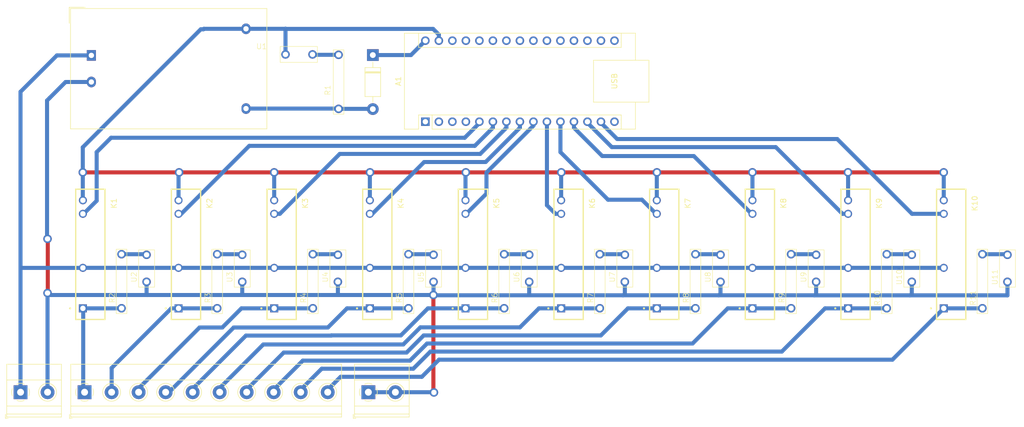
<source format=kicad_pcb>
(kicad_pcb (version 20240108) (generator "pcbnew") (generator_version "8.0")
  (layers (0 "F.Cu" signal) (31 "B.Cu" signal) (34 "B.Paste" user) (35 "F.Paste" user) (36 "B.SilkS" user "B.Silkscreen") (37 "F.SilkS" user "F.Silkscreen") (38 "B.Mask" user) (39 "F.Mask" user) (44 "Edge.Cuts" user))
  (net 0 "")
  (net 8 "11")
  (net 9 "2")
  (net 10 "7")
  (net 12 "8")
  (net 13 "5")
  (net 16 "6")
  (net 17 "VCC")
  (net 19 "9")
  (net 20 "10")
  (net 22 "4")
  (net 25 "3")
  (net 27 "GND")
  (net 30 "Net-(D1-A)")
  (net 31 "Net-(J1-Pin_2)")
  (net 32 "AC")
  (net 33 "Net-(J2-Pin_2)")
  (net 34 "Net-(J3-Pin_2)")
  (net 35 "Net-(J4-Pin_2)")
  (net 36 "Net-(J5-Pin_2)")
  (net 37 "Net-(J6-Pin_2)")
  (net 38 "Net-(J7-Pin_2)")
  (net 39 "Net-(J8-Pin_2)")
  (net 40 "Net-(J9-Pin_2)")
  (net 41 "Net-(J10-Pin_2)")
  (net 42 "NEUT")
  (net 43 "Net-(R1-Pad2)")
  (net 44 "Net-(R2-Pad2)")
  (net 45 "Net-(R3-Pad2)")
  (net 46 "Net-(R4-Pad2)")
  (net 47 "Net-(R5-Pad2)")
  (net 48 "Net-(R6-Pad2)")
  (net 49 "Net-(R7-Pad2)")
  (net 50 "Net-(R8-Pad2)")
  (net 51 "Net-(R9-Pad2)")
  (net 52 "Net-(R10-Pad2)")
  (net 53 "Net-(R11-Pad2)")
  (footprint "Module:Arduino_Nano" (layer "F.Cu") (at 144.1525 63.8425 90)
    (property "Reference" "A1" (at 7.62 -5.08 90) (layer "F.SilkS"))
    (property "Value" "Arduino_Nano_v3.x")
    (fp_text user "USB" (at 7.62 35.56 90) (layer "F.SilkS"))
    (pad "1" thru_hole rect (at 0 0 90) (size 1.6 1.6) (drill 1) (layers "*.Cu" "*.Mask"))
    (pad "2" thru_hole oval (at 0 2.54 90) (size 1.6 1.6) (drill 1) (layers "*.Cu" "*.Mask"))
    (pad "3" thru_hole oval (at 0 5.08 90) (size 1.6 1.6) (drill 1) (layers "*.Cu" "*.Mask"))
    (pad "4" thru_hole oval (at 0 7.62 90) (size 1.6 1.6) (drill 1) (layers "*.Cu" "*.Mask"))
    (pad "5" thru_hole oval (at 0 10.16 90) (size 1.6 1.6) (drill 1) (layers "*.Cu" "*.Mask") (net 9 "2"))
    (pad "6" thru_hole oval (at 0 12.7 90) (size 1.6 1.6) (drill 1) (layers "*.Cu" "*.Mask") (net 25 "3"))
    (pad "7" thru_hole oval (at 0 15.24 90) (size 1.6 1.6) (drill 1) (layers "*.Cu" "*.Mask") (net 22 "4"))
    (pad "8" thru_hole oval (at 0 17.78 90) (size 1.6 1.6) (drill 1) (layers "*.Cu" "*.Mask") (net 13 "5"))
    (pad "9" thru_hole oval (at 0 20.32 90) (size 1.6 1.6) (drill 1) (layers "*.Cu" "*.Mask") (net 16 "6"))
    (pad "10" thru_hole oval (at 0 22.86 90) (size 1.6 1.6) (drill 1) (layers "*.Cu" "*.Mask") (net 10 "7"))
    (pad "11" thru_hole oval (at 0 25.4 90) (size 1.6 1.6) (drill 1) (layers "*.Cu" "*.Mask") (net 12 "8"))
    (pad "12" thru_hole oval (at 0 27.94 90) (size 1.6 1.6) (drill 1) (layers "*.Cu" "*.Mask") (net 19 "9"))
    (pad "13" thru_hole oval (at 0 30.48 90) (size 1.6 1.6) (drill 1) (layers "*.Cu" "*.Mask") (net 20 "10"))
    (pad "14" thru_hole oval (at 0 33.02 90) (size 1.6 1.6) (drill 1) (layers "*.Cu" "*.Mask") (net 8 "11"))
    (pad "15" thru_hole oval (at 0 35.56 90) (size 1.6 1.6) (drill 1) (layers "*.Cu" "*.Mask"))
    (pad "16" thru_hole oval (at 15.24 35.56 90) (size 1.6 1.6) (drill 1) (layers "*.Cu" "*.Mask"))
    (pad "17" thru_hole oval (at 15.24 33.02 90) (size 1.6 1.6) (drill 1) (layers "*.Cu" "*.Mask"))
    (pad "18" thru_hole oval (at 15.24 30.48 90) (size 1.6 1.6) (drill 1) (layers "*.Cu" "*.Mask"))
    (pad "19" thru_hole oval (at 15.24 27.94 90) (size 1.6 1.6) (drill 1) (layers "*.Cu" "*.Mask"))
    (pad "20" thru_hole oval (at 15.24 25.4 90) (size 1.6 1.6) (drill 1) (layers "*.Cu" "*.Mask"))
    (pad "21" thru_hole oval (at 15.24 22.86 90) (size 1.6 1.6) (drill 1) (layers "*.Cu" "*.Mask"))
    (pad "22" thru_hole oval (at 15.24 20.32 90) (size 1.6 1.6) (drill 1) (layers "*.Cu" "*.Mask"))
    (pad "23" thru_hole oval (at 15.24 17.78 90) (size 1.6 1.6) (drill 1) (layers "*.Cu" "*.Mask"))
    (pad "24" thru_hole oval (at 15.24 15.24 90) (size 1.6 1.6) (drill 1) (layers "*.Cu" "*.Mask"))
    (pad "25" thru_hole oval (at 15.24 12.7 90) (size 1.6 1.6) (drill 1) (layers "*.Cu" "*.Mask"))
    (pad "26" thru_hole oval (at 15.24 10.16 90) (size 1.6 1.6) (drill 1) (layers "*.Cu" "*.Mask"))
    (pad "27" thru_hole oval (at 15.24 7.62 90) (size 1.6 1.6) (drill 1) (layers "*.Cu" "*.Mask"))
    (pad "28" thru_hole oval (at 15.24 5.08 90) (size 1.6 1.6) (drill 1) (layers "*.Cu" "*.Mask"))
    (pad "29" thru_hole oval (at 15.24 2.54 90) (size 1.6 1.6) (drill 1) (layers "*.Cu" "*.Mask") (net 27 "GND"))
    (pad "30" thru_hole oval (at 15.24 0 90) (size 1.6 1.6) (drill 1) (layers "*.Cu" "*.Mask") (net 17 "VCC"))
  )
  (footprint "G3MB-202P:RELAY_G3MB-202P" (layer "F.Cu") (at 153.099164 88.78 -90)
    (property "Reference" "K5" (at -9.583625 -4.438735 90) (layer "F.SilkS") (effects (font (size 1.000906 1.000906))))
    (property "Value" "G3MB-202P")
    (pad "1" thru_hole rect (at 10.16 1.4 270) (size 1.508 1.508) (drill 1) (layers "*.Cu" "*.Mask") (net 36 "Net-(J5-Pin_2)"))
    (pad "2" thru_hole circle (at 2.54 1.4 270) (size 1.508 1.508) (drill 1) (layers "*.Cu" "*.Mask") (net 32 "AC"))
    (pad "3" thru_hole circle (at -7.62 1.4 270) (size 1.508 1.508) (drill 1) (layers "*.Cu" "*.Mask") (net 16 "6"))
    (pad "4" thru_hole circle (at -10.16 1.4 270) (size 1.508 1.508) (drill 1) (layers "*.Cu" "*.Mask") (net 27 "GND"))
  )
  (footprint "G3MB-202P:RELAY_G3MB-202P" (layer "F.Cu") (at 171.08583 88.78 -90)
    (property "Reference" "K6" (at -9.583625 -4.438735 90) (layer "F.SilkS") (effects (font (size 1.000906 1.000906))))
    (property "Value" "G3MB-202P")
    (pad "1" thru_hole rect (at 10.16 1.4 270) (size 1.508 1.508) (drill 1) (layers "*.Cu" "*.Mask") (net 37 "Net-(J6-Pin_2)"))
    (pad "2" thru_hole circle (at 2.54 1.4 270) (size 1.508 1.508) (drill 1) (layers "*.Cu" "*.Mask") (net 32 "AC"))
    (pad "3" thru_hole circle (at -7.62 1.4 270) (size 1.508 1.508) (drill 1) (layers "*.Cu" "*.Mask") (net 10 "7"))
    (pad "4" thru_hole circle (at -10.16 1.4 270) (size 1.508 1.508) (drill 1) (layers "*.Cu" "*.Mask") (net 27 "GND"))
  )
  (footprint "Converter_ACDC:Converter_ACDC_Hi-Link_HLK-PMxx" (layer "F.Cu") (at 81.345 51.3725)
    (property "Reference" "PS1" (hide yes))
    (property "Value" "HLK-PM01")
    (pad "1" thru_hole rect (at 0 0) (size 1.7 2) (drill 1) (layers "*.Cu" "*.Mask") (net 32 "AC"))
    (pad "2" thru_hole oval (at 0 5) (size 1.7 2) (drill 1) (layers "*.Cu" "*.Mask") (net 42 "NEUT"))
    (pad "3" thru_hole oval (at 29.08 -5) (size 1.7 2) (drill 1) (layers "*.Cu" "*.Mask") (net 27 "GND"))
    (pad "4" thru_hole oval (at 29.08 10) (size 1.7 2) (drill 1) (layers "*.Cu" "*.Mask") (net 30 "Net-(D1-A)"))
  )
  (footprint "LED_SMD:LED_A" (layer "F.Cu") (at 217.636662 93.95 90)
    (property "Reference" "U9" (at 0.89 -2.36 90) (layer "F.SilkS") (effects (font (thickness 0.1))))
    (property "Value" "~")
    (pad "1" thru_hole oval (at 0 0 90) (size 1.6 1.6) (drill 1) (layers "*.Cu" "*.Mask") (net 42 "NEUT"))
    (pad "2" thru_hole oval (at 5.08 0 90) (size 1.6 1.6) (drill 1) (layers "*.Cu" "*.Mask") (net 51 "Net-(R9-Pad2)"))
  )
  (footprint "G3MB-202P:RELAY_G3MB-202P" (layer "F.Cu") (at 207.059162 88.78 -90)
    (property "Reference" "K8" (at -9.583625 -4.438735 90) (layer "F.SilkS") (effects (font (size 1.000906 1.000906))))
    (property "Value" "G3MB-202P")
    (pad "1" thru_hole rect (at 10.16 1.4 270) (size 1.508 1.508) (drill 1) (layers "*.Cu" "*.Mask") (net 39 "Net-(J8-Pin_2)"))
    (pad "2" thru_hole circle (at 2.54 1.4 270) (size 1.508 1.508) (drill 1) (layers "*.Cu" "*.Mask") (net 32 "AC"))
    (pad "3" thru_hole circle (at -7.62 1.4 270) (size 1.508 1.508) (drill 1) (layers "*.Cu" "*.Mask") (net 19 "9"))
    (pad "4" thru_hole circle (at -10.16 1.4 270) (size 1.508 1.508) (drill 1) (layers "*.Cu" "*.Mask") (net 27 "GND"))
  )
  (footprint "G3MB-202P:RELAY_G3MB-202P" (layer "F.Cu") (at 243.0325 88.78 -90)
    (property "Reference" "K10" (at -9.583625 -4.438735 90) (layer "F.SilkS") (effects (font (size 1.000906 1.000906))))
    (property "Value" "G3MB-202P")
    (pad "1" thru_hole rect (at 10.16 1.4 270) (size 1.508 1.508) (drill 1) (layers "*.Cu" "*.Mask") (net 41 "Net-(J10-Pin_2)"))
    (pad "2" thru_hole circle (at 2.54 1.4 270) (size 1.508 1.508) (drill 1) (layers "*.Cu" "*.Mask") (net 32 "AC"))
    (pad "3" thru_hole circle (at -7.62 1.4 270) (size 1.508 1.508) (drill 1) (layers "*.Cu" "*.Mask") (net 8 "11"))
    (pad "4" thru_hole circle (at -10.16 1.4 270) (size 1.508 1.508) (drill 1) (layers "*.Cu" "*.Mask") (net 27 "GND"))
  )
  (footprint "Resistor_a:Resistor_A" (layer "F.Cu") (at 176.953329 98.92 90)
    (property "Reference" "R7" (at 1.95 -1.759999 90) (layer "F.SilkS") (effects (font (thickness 0.1))))
    (property "Value" "220")
    (pad "1" thru_hole oval (at 0 0 90) (size 1.6 1.6) (drill 1) (layers "*.Cu" "*.Mask") (net 37 "Net-(J6-Pin_2)"))
    (pad "2" thru_hole oval (at 10.16 0 90) (size 1.6 1.6) (drill 1) (layers "*.Cu" "*.Mask") (net 49 "Net-(R7-Pad2)"))
  )
  (footprint "LED_SMD:LED_A" (layer "F.Cu") (at 127.703332 93.95 90)
    (property "Reference" "U4" (at 0.89 -2.36 90) (layer "F.SilkS") (effects (font (thickness 0.1))))
    (property "Value" "~")
    (pad "1" thru_hole oval (at 0 0 90) (size 1.6 1.6) (drill 1) (layers "*.Cu" "*.Mask") (net 42 "NEUT"))
    (pad "2" thru_hole oval (at 5.08 0 90) (size 1.6 1.6) (drill 1) (layers "*.Cu" "*.Mask") (net 46 "Net-(R4-Pad2)"))
  )
  (footprint "G3MB-202P:RELAY_G3MB-202P" (layer "F.Cu") (at 225.045828 88.78 -90)
    (property "Reference" "K9" (at -9.583625 -4.438735 90) (layer "F.SilkS") (effects (font (size 1.000906 1.000906))))
    (property "Value" "G3MB-202P")
    (pad "1" thru_hole rect (at 10.16 1.4 270) (size 1.508 1.508) (drill 1) (layers "*.Cu" "*.Mask") (net 40 "Net-(J9-Pin_2)"))
    (pad "2" thru_hole circle (at 2.54 1.4 270) (size 1.508 1.508) (drill 1) (layers "*.Cu" "*.Mask") (net 32 "AC"))
    (pad "3" thru_hole circle (at -7.62 1.4 270) (size 1.508 1.508) (drill 1) (layers "*.Cu" "*.Mask") (net 20 "10"))
    (pad "4" thru_hole circle (at -10.16 1.4 270) (size 1.508 1.508) (drill 1) (layers "*.Cu" "*.Mask") (net 27 "GND"))
  )
  (footprint "LED_SMD:LED_A" (layer "F.Cu") (at 253.61 93.95 90)
    (property "Reference" "U11" (at 0.89 -2.36 90) (layer "F.SilkS") (effects (font (thickness 0.1))))
    (property "Value" "~")
    (pad "1" thru_hole oval (at 0 0 90) (size 1.6 1.6) (drill 1) (layers "*.Cu" "*.Mask") (net 42 "NEUT"))
    (pad "2" thru_hole oval (at 5.08 0 90) (size 1.6 1.6) (drill 1) (layers "*.Cu" "*.Mask") (net 53 "Net-(R11-Pad2)"))
  )
  (footprint "TerminalBlock_Phoenix:TerminalBlock_Phoenix_MKDS-1,5-2-5.08_1x02_P5.08mm_Horizontal" (layer "F.Cu") (at 133.4325 114.71)
    (property "Reference" "REF**" (hide yes))
    (property "Value" "TerminalBlock_Phoenix_MKDS-1,5-2-5.08_1x02_P5.08mm_Horizontal" (hide yes))
    (pad "1" thru_hole rect (at 0 0) (size 2.6 2.6) (drill 1.3) (layers "*.Cu" "*.Mask") (net 42 "NEUT"))
    (pad "2" thru_hole circle (at 5.08 0) (size 2.6 2.6) (drill 1.3) (layers "*.Cu" "*.Mask") (net 42 "NEUT"))
  )
  (footprint "Resistor_a:Resistor_A" (layer "F.Cu") (at 87.02 98.92 90)
    (property "Reference" "R2" (at 1.95 -1.76 90) (layer "F.SilkS") (effects (font (thickness 0.1))))
    (property "Value" "220")
    (pad "1" thru_hole oval (at 0 0 90) (size 1.6 1.6) (drill 1) (layers "*.Cu" "*.Mask") (net 31 "Net-(J1-Pin_2)"))
    (pad "2" thru_hole oval (at 10.16 0 90) (size 1.6 1.6) (drill 1) (layers "*.Cu" "*.Mask") (net 44 "Net-(R2-Pad2)"))
  )
  (footprint "LED_SMD:LED_A" (layer "F.Cu") (at 109.716666 93.95 90)
    (property "Reference" "U3" (at 0.89 -2.36 90) (layer "F.SilkS") (effects (font (thickness 0.1))))
    (property "Value" "~")
    (pad "1" thru_hole oval (at 0 0 90) (size 1.6 1.6) (drill 1) (layers "*.Cu" "*.Mask") (net 42 "NEUT"))
    (pad "2" thru_hole oval (at 5.08 0 90) (size 1.6 1.6) (drill 1) (layers "*.Cu" "*.Mask") (net 45 "Net-(R3-Pad2)"))
  )
  (footprint "LED_SMD:LED_A" (layer "F.Cu") (at 117.8525 51.19)
    (property "Reference" "U1" (at -4.5 -1.5 0) (layer "F.SilkS") (effects (font (thickness 0.1))))
    (property "Value" "~")
    (pad "1" thru_hole oval (at 0 0) (size 1.6 1.6) (drill 1) (layers "*.Cu" "*.Mask") (net 27 "GND"))
    (pad "2" thru_hole oval (at 5.08 0) (size 1.6 1.6) (drill 1) (layers "*.Cu" "*.Mask") (net 43 "Net-(R1-Pad2)"))
  )
  (footprint "G3MB-202P:RELAY_G3MB-202P" (layer "F.Cu") (at 99.139166 88.78 -90)
    (property "Reference" "K2" (at -9.583625 -4.438735 90) (layer "F.SilkS") (effects (font (size 1.000906 1.000906))))
    (property "Value" "G3MB-202P")
    (pad "1" thru_hole rect (at 10.16 1.4 270) (size 1.508 1.508) (drill 1) (layers "*.Cu" "*.Mask") (net 33 "Net-(J2-Pin_2)"))
    (pad "2" thru_hole circle (at 2.54 1.4 270) (size 1.508 1.508) (drill 1) (layers "*.Cu" "*.Mask") (net 32 "AC"))
    (pad "3" thru_hole circle (at -7.62 1.4 270) (size 1.508 1.508) (drill 1) (layers "*.Cu" "*.Mask") (net 25 "3"))
    (pad "4" thru_hole circle (at -10.16 1.4 270) (size 1.508 1.508) (drill 1) (layers "*.Cu" "*.Mask") (net 27 "GND"))
  )
  (footprint "G3MB-202P:RELAY_G3MB-202P" (layer "F.Cu") (at 117.125832 88.78 -90)
    (property "Reference" "K3" (at -9.583625 -4.438735 90) (layer "F.SilkS") (effects (font (size 1.000906 1.000906))))
    (property "Value" "G3MB-202P")
    (pad "1" thru_hole rect (at 10.16 1.4 270) (size 1.508 1.508) (drill 1) (layers "*.Cu" "*.Mask") (net 34 "Net-(J3-Pin_2)"))
    (pad "2" thru_hole circle (at 2.54 1.4 270) (size 1.508 1.508) (drill 1) (layers "*.Cu" "*.Mask") (net 32 "AC"))
    (pad "3" thru_hole circle (at -7.62 1.4 270) (size 1.508 1.508) (drill 1) (layers "*.Cu" "*.Mask") (net 22 "4"))
    (pad "4" thru_hole circle (at -10.16 1.4 270) (size 1.508 1.508) (drill 1) (layers "*.Cu" "*.Mask") (net 27 "GND"))
  )
  (footprint "Resistor_a:Resistor_A" (layer "F.Cu") (at 212.926661 98.92 90)
    (property "Reference" "R9" (at 1.95 -1.759999 90) (layer "F.SilkS") (effects (font (thickness 0.1))))
    (property "Value" "220")
    (pad "1" thru_hole oval (at 0 0 90) (size 1.6 1.6) (drill 1) (layers "*.Cu" "*.Mask") (net 39 "Net-(J8-Pin_2)"))
    (pad "2" thru_hole oval (at 10.16 0 90) (size 1.6 1.6) (drill 1) (layers "*.Cu" "*.Mask") (net 51 "Net-(R9-Pad2)"))
  )
  (footprint "LED_SMD:LED_A" (layer "F.Cu") (at 91.73 93.95 90)
    (property "Reference" "U2" (at 0.89 -2.36 90) (layer "F.SilkS") (effects (font (thickness 0.1))))
    (property "Value" "~")
    (pad "1" thru_hole oval (at 0 0 90) (size 1.6 1.6) (drill 1) (layers "*.Cu" "*.Mask") (net 42 "NEUT"))
    (pad "2" thru_hole oval (at 5.08 0 90) (size 1.6 1.6) (drill 1) (layers "*.Cu" "*.Mask") (net 44 "Net-(R2-Pad2)"))
  )
  (footprint "Resistor_a:Resistor_A" (layer "F.Cu") (at 122.993331 98.92 90)
    (property "Reference" "R4" (at 1.95 -1.759999 90) (layer "F.SilkS") (effects (font (thickness 0.1))))
    (property "Value" "220")
    (pad "1" thru_hole oval (at 0 0 90) (size 1.6 1.6) (drill 1) (layers "*.Cu" "*.Mask") (net 34 "Net-(J3-Pin_2)"))
    (pad "2" thru_hole oval (at 10.16 0 90) (size 1.6 1.6) (drill 1) (layers "*.Cu" "*.Mask") (net 46 "Net-(R4-Pad2)"))
  )
  (footprint "TerminalBlock_Phoenix:TerminalBlock_Phoenix_MKDS-1,5-10-5.08_1x10_P5.08mm_Horizontal" (layer "F.Cu") (at 80.0725 114.71)
    (property "Reference" "REF**" (hide yes))
    (property "Value" "TerminalBlock_Phoenix_MKDS-1,5-10-5.08_1x10_P5.08mm_Horizontal" (hide yes))
    (pad "1" thru_hole rect (at 0 0) (size 2.6 2.6) (drill 1.3) (layers "*.Cu" "*.Mask") (net 31 "Net-(J1-Pin_2)"))
    (pad "2" thru_hole circle (at 5.08 0) (size 2.6 2.6) (drill 1.3) (layers "*.Cu" "*.Mask") (net 33 "Net-(J2-Pin_2)"))
    (pad "3" thru_hole circle (at 10.16 0) (size 2.6 2.6) (drill 1.3) (layers "*.Cu" "*.Mask") (net 34 "Net-(J3-Pin_2)"))
    (pad "4" thru_hole circle (at 15.24 0) (size 2.6 2.6) (drill 1.3) (layers "*.Cu" "*.Mask") (net 35 "Net-(J4-Pin_2)"))
    (pad "5" thru_hole circle (at 20.32 0) (size 2.6 2.6) (drill 1.3) (layers "*.Cu" "*.Mask") (net 36 "Net-(J5-Pin_2)"))
    (pad "6" thru_hole circle (at 25.4 0) (size 2.6 2.6) (drill 1.3) (layers "*.Cu" "*.Mask") (net 37 "Net-(J6-Pin_2)"))
    (pad "7" thru_hole circle (at 30.48 0) (size 2.6 2.6) (drill 1.3) (layers "*.Cu" "*.Mask") (net 38 "Net-(J7-Pin_2)"))
    (pad "8" thru_hole circle (at 35.56 0) (size 2.6 2.6) (drill 1.3) (layers "*.Cu" "*.Mask") (net 39 "Net-(J8-Pin_2)"))
    (pad "9" thru_hole circle (at 40.64 0) (size 2.6 2.6) (drill 1.3) (layers "*.Cu" "*.Mask") (net 40 "Net-(J9-Pin_2)"))
    (pad "10" thru_hole circle (at 45.72 0) (size 2.6 2.6) (drill 1.3) (layers "*.Cu" "*.Mask") (net 41 "Net-(J10-Pin_2)"))
  )
  (footprint "Resistor_a:Resistor_A" (layer "F.Cu") (at 127.8325 61.425 90)
    (property "Reference" "R1" (at 3.51 -2.04 90) (layer "F.SilkS") (effects (font (thickness 0.1))))
    (property "Value" "220")
    (pad "1" thru_hole oval (at 0 0 90) (size 1.6 1.6) (drill 1) (layers "*.Cu" "*.Mask") (net 30 "Net-(D1-A)"))
    (pad "2" thru_hole oval (at 10.16 0 90) (size 1.6 1.6) (drill 1) (layers "*.Cu" "*.Mask") (net 43 "Net-(R1-Pad2)"))
  )
  (footprint "G3MB-202P:RELAY_G3MB-202P" (layer "F.Cu") (at 135.112498 88.78 -90)
    (property "Reference" "K4" (at -9.583625 -4.438735 90) (layer "F.SilkS") (effects (font (size 1.000906 1.000906))))
    (property "Value" "G3MB-202P")
    (pad "1" thru_hole rect (at 10.16 1.4 270) (size 1.508 1.508) (drill 1) (layers "*.Cu" "*.Mask") (net 35 "Net-(J4-Pin_2)"))
    (pad "2" thru_hole circle (at 2.54 1.4 270) (size 1.508 1.508) (drill 1) (layers "*.Cu" "*.Mask") (net 32 "AC"))
    (pad "3" thru_hole circle (at -7.62 1.4 270) (size 1.508 1.508) (drill 1) (layers "*.Cu" "*.Mask") (net 13 "5"))
    (pad "4" thru_hole circle (at -10.16 1.4 270) (size 1.508 1.508) (drill 1) (layers "*.Cu" "*.Mask") (net 27 "GND"))
  )
  (footprint "Resistor_a:Resistor_A" (layer "F.Cu") (at 194.939995 98.92 90)
    (property "Reference" "R8" (at 1.95 -1.759999 90) (layer "F.SilkS") (effects (font (thickness 0.1))))
    (property "Value" "220")
    (pad "1" thru_hole oval (at 0 0 90) (size 1.6 1.6) (drill 1) (layers "*.Cu" "*.Mask") (net 38 "Net-(J7-Pin_2)"))
    (pad "2" thru_hole oval (at 10.16 0 90) (size 1.6 1.6) (drill 1) (layers "*.Cu" "*.Mask") (net 50 "Net-(R8-Pad2)"))
  )
  (footprint "G3MB-202P:RELAY_G3MB-202P" (layer "F.Cu") (at 81.1525 88.78 -90)
    (property "Reference" "K1" (at -9.583625 -4.438735 90) (layer "F.SilkS") (effects (font (size 1.000906 1.000906))))
    (property "Value" "G3MB-202P")
    (pad "1" thru_hole rect (at 10.16 1.4 270) (size 1.508 1.508) (drill 1) (layers "*.Cu" "*.Mask") (net 31 "Net-(J1-Pin_2)"))
    (pad "2" thru_hole circle (at 2.54 1.4 270) (size 1.508 1.508) (drill 1) (layers "*.Cu" "*.Mask") (net 32 "AC"))
    (pad "3" thru_hole circle (at -7.62 1.4 270) (size 1.508 1.508) (drill 1) (layers "*.Cu" "*.Mask") (net 9 "2"))
    (pad "4" thru_hole circle (at -10.16 1.4 270) (size 1.508 1.508) (drill 1) (layers "*.Cu" "*.Mask") (net 27 "GND"))
  )
  (footprint "LED_SMD:LED_A" (layer "F.Cu") (at 181.66333 93.95 90)
    (property "Reference" "U7" (at 0.89 -2.36 90) (layer "F.SilkS") (effects (font (thickness 0.1))))
    (property "Value" "~")
    (pad "1" thru_hole oval (at 0 0 90) (size 1.6 1.6) (drill 1) (layers "*.Cu" "*.Mask") (net 42 "NEUT"))
    (pad "2" thru_hole oval (at 5.08 0 90) (size 1.6 1.6) (drill 1) (layers "*.Cu" "*.Mask") (net 49 "Net-(R7-Pad2)"))
  )
  (footprint "Resistor_a:Resistor_A" (layer "F.Cu") (at 140.979997 98.92 90)
    (property "Reference" "R5" (at 1.95 -1.759999 90) (layer "F.SilkS") (effects (font (thickness 0.1))))
    (property "Value" "220")
    (pad "1" thru_hole oval (at 0 0 90) (size 1.6 1.6) (drill 1) (layers "*.Cu" "*.Mask") (net 35 "Net-(J4-Pin_2)"))
    (pad "2" thru_hole oval (at 10.16 0 90) (size 1.6 1.6) (drill 1) (layers "*.Cu" "*.Mask") (net 47 "Net-(R5-Pad2)"))
  )
  (footprint "G3MB-202P:RELAY_G3MB-202P" (layer "F.Cu") (at 189.072496 88.78 -90)
    (property "Reference" "K7" (at -9.583625 -4.438735 90) (layer "F.SilkS") (effects (font (size 1.000906 1.000906))))
    (property "Value" "G3MB-202P")
    (pad "1" thru_hole rect (at 10.16 1.4 270) (size 1.508 1.508) (drill 1) (layers "*.Cu" "*.Mask") (net 38 "Net-(J7-Pin_2)"))
    (pad "2" thru_hole circle (at 2.54 1.4 270) (size 1.508 1.508) (drill 1) (layers "*.Cu" "*.Mask") (net 32 "AC"))
    (pad "3" thru_hole circle (at -7.62 1.4 270) (size 1.508 1.508) (drill 1) (layers "*.Cu" "*.Mask") (net 12 "8"))
    (pad "4" thru_hole circle (at -10.16 1.4 270) (size 1.508 1.508) (drill 1) (layers "*.Cu" "*.Mask") (net 27 "GND"))
  )
  (footprint "LED_SMD:LED_A" (layer "F.Cu") (at 199.649996 93.95 90)
    (property "Reference" "U8" (at 0.89 -2.36 90) (layer "F.SilkS") (effects (font (thickness 0.1))))
    (property "Value" "~")
    (pad "1" thru_hole oval (at 0 0 90) (size 1.6 1.6) (drill 1) (layers "*.Cu" "*.Mask") (net 42 "NEUT"))
    (pad "2" thru_hole oval (at 5.08 0 90) (size 1.6 1.6) (drill 1) (layers "*.Cu" "*.Mask") (net 50 "Net-(R8-Pad2)"))
  )
  (footprint "TerminalBlock_Phoenix:TerminalBlock_Phoenix_MKDS-1,5-2-5.08_1x02_P5.08mm_Horizontal" (layer "F.Cu") (at 68.0325 114.71)
    (property "Reference" "REF**" (hide yes))
    (property "Value" "TerminalBlock_Phoenix_MKDS-1,5-2-5.08_1x02_P5.08mm_Horizontal" (hide yes))
    (pad "1" thru_hole rect (at 0 0) (size 2.6 2.6) (drill 1.3) (layers "*.Cu" "*.Mask") (net 32 "AC"))
    (pad "2" thru_hole circle (at 5.08 0) (size 2.6 2.6) (drill 1.3) (layers "*.Cu" "*.Mask") (net 42 "NEUT"))
  )
  (footprint "LED_SMD:LED_A" (layer "F.Cu") (at 163.676664 93.95 90)
    (property "Reference" "U6" (at 0.89 -2.36 90) (layer "F.SilkS") (effects (font (thickness 0.1))))
    (property "Value" "~")
    (pad "1" thru_hole oval (at 0 0 90) (size 1.6 1.6) (drill 1) (layers "*.Cu" "*.Mask") (net 42 "NEUT"))
    (pad "2" thru_hole oval (at 5.08 0 90) (size 1.6 1.6) (drill 1) (layers "*.Cu" "*.Mask") (net 48 "Net-(R6-Pad2)"))
  )
  (footprint "Diode_THT:D_DO-41_SOD81_P10.16mm_Horizontal" (layer "F.Cu") (at 134.2725 51.31 -90)
    (property "Reference" "D1" (hide yes))
    (property "Value" "1N4007")
    (pad "1" thru_hole rect (at 0 0 270) (size 2.2 2.2) (drill 1.1) (layers "*.Cu" "*.Mask") (net 17 "VCC"))
    (pad "2" thru_hole oval (at 10.16 0 270) (size 2.2 2.2) (drill 1.1) (layers "*.Cu" "*.Mask") (net 30 "Net-(D1-A)"))
  )
  (footprint "Resistor_a:Resistor_A" (layer "F.Cu") (at 248.899999 98.92 90)
    (property "Reference" "R11" (at 1.95 -1.759999 90) (layer "F.SilkS") (effects (font (thickness 0.1))))
    (property "Value" "220")
    (pad "1" thru_hole oval (at 0 0 90) (size 1.6 1.6) (drill 1) (layers "*.Cu" "*.Mask") (net 41 "Net-(J10-Pin_2)"))
    (pad "2" thru_hole oval (at 10.16 0 90) (size 1.6 1.6) (drill 1) (layers "*.Cu" "*.Mask") (net 53 "Net-(R11-Pad2)"))
  )
  (footprint "LED_SMD:LED_A" (layer "F.Cu") (at 145.689998 93.95 90)
    (property "Reference" "U5" (at 0.89 -2.36 90) (layer "F.SilkS") (effects (font (thickness 0.1))))
    (property "Value" "~")
    (pad "1" thru_hole oval (at 0 0 90) (size 1.6 1.6) (drill 1) (layers "*.Cu" "*.Mask") (net 42 "NEUT"))
    (pad "2" thru_hole oval (at 5.08 0 90) (size 1.6 1.6) (drill 1) (layers "*.Cu" "*.Mask") (net 47 "Net-(R5-Pad2)"))
  )
  (footprint "Resistor_a:Resistor_A" (layer "F.Cu") (at 158.966663 98.92 90)
    (property "Reference" "R6" (at 1.95 -1.759999 90) (layer "F.SilkS") (effects (font (thickness 0.1))))
    (property "Value" "220")
    (pad "1" thru_hole oval (at 0 0 90) (size 1.6 1.6) (drill 1) (layers "*.Cu" "*.Mask") (net 36 "Net-(J5-Pin_2)"))
    (pad "2" thru_hole oval (at 10.16 0 90) (size 1.6 1.6) (drill 1) (layers "*.Cu" "*.Mask") (net 48 "Net-(R6-Pad2)"))
  )
  (footprint "Resistor_a:Resistor_A" (layer "F.Cu") (at 105.006665 98.92 90)
    (property "Reference" "R3" (at 1.95 -1.759999 90) (layer "F.SilkS") (effects (font (thickness 0.1))))
    (property "Value" "220")
    (pad "1" thru_hole oval (at 0 0 90) (size 1.6 1.6) (drill 1) (layers "*.Cu" "*.Mask") (net 33 "Net-(J2-Pin_2)"))
    (pad "2" thru_hole oval (at 10.16 0 90) (size 1.6 1.6) (drill 1) (layers "*.Cu" "*.Mask") (net 45 "Net-(R3-Pad2)"))
  )
  (footprint "Resistor_a:Resistor_A" (layer "F.Cu") (at 230.913327 98.92 90)
    (property "Reference" "R10" (at 1.95 -1.759999 90) (layer "F.SilkS") (effects (font (thickness 0.1))))
    (property "Value" "220")
    (pad "1" thru_hole oval (at 0 0 90) (size 1.6 1.6) (drill 1) (layers "*.Cu" "*.Mask") (net 40 "Net-(J9-Pin_2)"))
    (pad "2" thru_hole oval (at 10.16 0 90) (size 1.6 1.6) (drill 1) (layers "*.Cu" "*.Mask") (net 52 "Net-(R10-Pad2)"))
  )
  (footprint "LED_SMD:LED_A" (layer "F.Cu") (at 235.623328 93.95 90)
    (property "Reference" "U10" (at 0.89 -2.36 90) (layer "F.SilkS") (effects (font (thickness 0.1))))
    (property "Value" "~")
    (pad "1" thru_hole oval (at 0 0 90) (size 1.6 1.6) (drill 1) (layers "*.Cu" "*.Mask") (net 42 "NEUT"))
    (pad "2" thru_hole oval (at 5.08 0 90) (size 1.6 1.6) (drill 1) (layers "*.Cu" "*.Mask") (net 52 "Net-(R10-Pad2)"))
  )
  (segment (start 177.1725 64.046075) (end 180.226425 67.1) (width 0.76) (layer "B.Cu") (net 8))
  (segment (start 221.6025 67.1) (end 235.6625 81.16) (width 0.76) (layer "B.Cu") (net 8))
  (segment (start 235.6625 81.16) (end 241.6325 81.16) (width 0.76) (layer "B.Cu") (net 8))
  (segment (start 177.1725 63.8425) (end 177.1725 64.046075) (width 0.76) (layer "B.Cu") (net 8))
  (segment (start 180.226425 67.1) (end 221.6025 67.1) (width 0.76) (layer "B.Cu") (net 8))
  (segment (start 154.3125 63.8425) (end 154.3125 64.1) (width 0.76) (layer "B.Cu") (net 9))
  (segment (start 154.3125 64.1) (end 151.5525 66.86) (width 0.76) (layer "B.Cu") (net 9))
  (segment (start 82.3425 78.708521) (end 79.891021 81.16) (width 0.76) (layer "B.Cu") (net 9))
  (segment (start 151.5525 66.86) (end 85.0425 66.86) (width 0.76) (layer "B.Cu") (net 9))
  (segment (start 85.0425 66.86) (end 82.3425 69.56) (width 0.76) (layer "B.Cu") (net 9))
  (segment (start 79.891021 81.16) (end 79.7525 81.16) (width 0.76) (layer "B.Cu") (net 9))
  (segment (start 82.3425 69.56) (end 82.3425 78.708521) (width 0.76) (layer "B.Cu") (net 9))
  (segment (start 167.0125 79.552987) (end 167.0125 63.8425) (width 0.76) (layer "B.Cu") (net 10))
  (segment (start 169.824351 81.16) (end 169.68583 81.16) (width 0.76) (layer "B.Cu") (net 10))
  (segment (start 168.619513 81.16) (end 167.0125 79.552987) (width 0.76) (layer "B.Cu") (net 10))
  (segment (start 169.68583 81.16) (end 168.619513 81.16) (width 0.76) (layer "B.Cu") (net 10))
  (segment (start 178.5025 78.51) (end 169.5525 69.56) (width 0.76) (layer "B.Cu") (net 12))
  (segment (start 187.672496 81.16) (end 187.533975 81.16) (width 0.76) (layer "B.Cu") (net 12))
  (segment (start 187.811017 81.16) (end 187.672496 81.16) (width 0.76) (layer "B.Cu") (net 12))
  (segment (start 187.533975 81.16) (end 184.883975 78.51) (width 0.76) (layer "B.Cu") (net 12))
  (segment (start 184.883975 78.51) (end 178.5025 78.51) (width 0.76) (layer "B.Cu") (net 12))
  (segment (start 169.5525 69.56) (end 169.5525 63.8425) (width 0.76) (layer "B.Cu") (net 12))
  (segment (start 161.9325 63.8425) (end 161.9325 64.97387) (width 0.76) (layer "B.Cu") (net 13))
  (segment (start 161.9325 64.97387) (end 155.48637 71.42) (width 0.76) (layer "B.Cu") (net 13))
  (segment (start 143.9325 71.42) (end 134.1925 81.16) (width 0.76) (layer "B.Cu") (net 13))
  (segment (start 134.1925 81.16) (end 133.712498 81.16) (width 0.76) (layer "B.Cu") (net 13))
  (segment (start 155.48637 71.42) (end 143.9325 71.42) (width 0.76) (layer "B.Cu") (net 13))
  (segment (start 151.699164 81.16) (end 151.8525 81.16) (width 0.76) (layer "B.Cu") (net 16))
  (segment (start 164.4725 64.583474) (end 164.4725 63.8425) (width 0.76) (layer "B.Cu") (net 16))
  (segment (start 151.8525 81.16) (end 155.6425 77.37) (width 0.76) (layer "B.Cu") (net 16))
  (segment (start 155.6425 73.413474) (end 164.4725 64.583474) (width 0.76) (layer "B.Cu") (net 16))
  (segment (start 155.6425 77.37) (end 155.6425 73.413474) (width 0.76) (layer "B.Cu") (net 16))
  (segment (start 141.445 51.31) (end 144.1525 48.6025) (width 0.76) (layer "B.Cu") (net 17))
  (segment (start 134.2725 51.31) (end 141.445 51.31) (width 0.76) (layer "B.Cu") (net 17))
  (segment (start 177.41863 70.3) (end 194.6325 70.3) (width 0.76) (layer "B.Cu") (net 19))
  (segment (start 172.0925 63.8425) (end 172.0925 64.97387) (width 0.76) (layer "B.Cu") (net 19))
  (segment (start 194.6325 70.3) (end 205.4925 81.16) (width 0.76) (layer "B.Cu") (net 19))
  (segment (start 205.797683 81.16) (end 205.659162 81.16) (width 0.76) (layer "B.Cu") (net 19))
  (segment (start 172.0925 64.97387) (end 177.41863 70.3) (width 0.76) (layer "B.Cu") (net 19))
  (segment (start 205.4925 81.16) (end 205.659162 81.16) (width 0.76) (layer "B.Cu") (net 19))
  (segment (start 174.6325 64.046075) (end 179.206425 68.62) (width 0.76) (layer "B.Cu") (net 20))
  (segment (start 174.6325 63.8425) (end 174.6325 64.046075) (width 0.76) (layer "B.Cu") (net 20))
  (segment (start 210.039511 68.62) (end 222.579511 81.16) (width 0.76) (layer "B.Cu") (net 20))
  (segment (start 222.579511 81.16) (end 223.645828 81.16) (width 0.76) (layer "B.Cu") (net 20))
  (segment (start 179.206425 68.62) (end 210.039511 68.62) (width 0.76) (layer "B.Cu") (net 20))
  (segment (start 159.3925 63.8425) (end 159.3925 64.97387) (width 0.76) (layer "B.Cu") (net 22))
  (segment (start 154.46637 69.9) (end 128.052149 69.9) (width 0.76) (layer "B.Cu") (net 22))
  (segment (start 116.792149 81.16) (end 115.725832 81.16) (width 0.76) (layer "B.Cu") (net 22))
  (segment (start 159.3925 64.97387) (end 154.46637 69.9) (width 0.76) (layer "B.Cu") (net 22))
  (segment (start 128.052149 69.9) (end 116.792149 81.16) (width 0.76) (layer "B.Cu") (net 22))
  (segment (start 156.8525 64.97387) (end 153.44637 68.38) (width 0.76) (layer "B.Cu") (net 25))
  (segment (start 156.8525 63.8425) (end 156.8525 64.97387) (width 0.76) (layer "B.Cu") (net 25))
  (segment (start 153.44637 68.38) (end 111.0425 68.38) (width 0.76) (layer "B.Cu") (net 25))
  (segment (start 98.2625 81.16) (end 97.739166 81.16) (width 0.76) (layer "B.Cu") (net 25))
  (segment (start 111.0425 68.38) (end 98.2625 81.16) (width 0.76) (layer "B.Cu") (net 25))
  (segment (start 241.6225 73.37) (end 241.6325 73.38) (width 0.76) (layer "F.Cu") (net 27))
  (segment (start 79.735 73.37) (end 241.6225 73.37) (width 0.76) (layer "F.Cu") (net 27))
  (via (at 223.6225 73.36) (size 1.6) (drill 1) (layers "F.Cu" "B.Cu") (net 27))
  (via (at 151.7625 73.37) (size 1.6) (drill 1) (layers "F.Cu" "B.Cu") (net 27))
  (via (at 97.8425 73.37) (size 1.6) (drill 1) (layers "F.Cu" "B.Cu") (net 27))
  (via (at 169.7125 73.37) (size 1.6) (drill 1) (layers "F.Cu" "B.Cu") (net 27))
  (via (at 205.6525 73.36) (size 1.6) (drill 1) (layers "F.Cu" "B.Cu") (net 27))
  (via (at 241.6225 73.37) (size 1.6) (drill 1) (layers "F.Cu" "B.Cu") (net 27))
  (via (at 187.6925 73.37) (size 1.6) (drill 1) (layers "F.Cu" "B.Cu") (net 27))
  (via (at 79.735 73.37) (size 1.6) (drill 1) (layers "F.Cu" "B.Cu") (net 27))
  (via (at 115.7225 73.37) (size 1.6) (drill 1) (layers "F.Cu" "B.Cu") (net 27))
  (via (at 133.7425 73.37) (size 1.6) (drill 1) (layers "F.Cu" "B.Cu") (net 27))
  (segment (start 169.68583 78.62) (end 169.68583 73.39667) (width 0.76) (layer "B.Cu") (net 27))
  (segment (start 102.4125 46.46) (end 102.5 46.3725) (width 0.76) (layer "B.Cu") (net 27))
  (segment (start 205.659162 73.366662) (end 205.6525 73.36) (width 0.76) (layer "B.Cu") (net 27))
  (segment (start 117.8625 46.38) (end 117.855 46.3725) (width 0.76) (layer "B.Cu") (net 27))
  (segment (start 241.6325 73.45) (end 241.6225 73.44) (width 0.76) (layer "B.Cu") (net 27))
  (segment (start 205.659162 78.62) (end 205.659162 73.366662) (width 0.76) (layer "B.Cu") (net 27))
  (segment (start 79.735 78.63) (end 79.735 68.6475) (width 0.76) (layer "B.Cu") (net 27))
  (segment (start 223.645828 78.62) (end 223.645828 73.383328) (width 0.76) (layer "B.Cu") (net 27))
  (segment (start 102.5 46.3725) (end 110.425 46.3725) (width 0.76) (layer "B.Cu") (net 27))
  (segment (start 117.855 46.3725) (end 110.425 46.3725) (width 0.76) (layer "B.Cu") (net 27))
  (segment (start 169.68583 73.39667) (end 169.7125 73.37) (width 0.76) (layer "B.Cu") (net 27))
  (segment (start 146.6925 47.47113) (end 145.61137 46.39) (width 0.76) (layer "B.Cu") (net 27))
  (segment (start 97.739166 73.473334) (end 97.8425 73.37) (width 0.76) (layer "B.Cu") (net 27))
  (segment (start 133.712498 78.62) (end 133.712498 73.400002) (width 0.76) (layer "B.Cu") (net 27))
  (segment (start 223.645828 73.383328) (end 223.6225 73.36) (width 0.76) (layer "B.Cu") (net 27))
  (segment (start 117.8525 51.19) (end 117.8525 46.39) (width 0.76) (layer "B.Cu") (net 27))
  (segment (start 133.712498 73.400002) (end 133.7425 73.37) (width 0.76) (layer "B.Cu") (net 27))
  (segment (start 151.699164 73.433336) (end 151.7625 73.37) (width 0.76) (layer "B.Cu") (net 27))
  (segment (start 187.672496 73.390004) (end 187.6925 73.37) (width 0.76) (layer "B.Cu") (net 27))
  (segment (start 101.9225 46.46) (end 102.4125 46.46) (width 0.76) (layer "B.Cu") (net 27))
  (segment (start 241.6325 78.62) (end 241.6325 73.45) (width 0.76) (layer "B.Cu") (net 27))
  (segment (start 145.61137 46.39) (end 117.8525 46.39) (width 0.76) (layer "B.Cu") (net 27))
  (segment (start 146.6925 48.6025) (end 146.6925 47.47113) (width 0.76) (layer "B.Cu") (net 27))
  (segment (start 115.725832 73.373332) (end 115.7225 73.37) (width 0.76) (layer "B.Cu") (net 27))
  (segment (start 151.699164 78.62) (end 151.699164 73.433336) (width 0.76) (layer "B.Cu") (net 27))
  (segment (start 187.672496 78.62) (end 187.672496 73.390004) (width 0.76) (layer "B.Cu") (net 27))
  (segment (start 97.739166 78.62) (end 97.739166 73.473334) (width 0.76) (layer "B.Cu") (net 27))
  (segment (start 117.8525 46.39) (end 117.8625 46.38) (width 0.76) (layer "B.Cu") (net 27))
  (segment (start 79.735 68.6475) (end 101.9225 46.46) (width 0.76) (layer "B.Cu") (net 27))
  (segment (start 115.725832 78.62) (end 115.725832 73.373332) (width 0.76) (layer "B.Cu") (net 27))
  (segment (start 127.8325 61.425) (end 134.2275 61.425) (width 0.76) (layer "B.Cu") (net 30))
  (segment (start 134.2275 61.425) (end 134.2725 61.47) (width 0.76) (layer "B.Cu") (net 30))
  (segment (start 110.425 61.3725) (end 127.78 61.3725) (width 0.76) (layer "B.Cu") (net 30))
  (segment (start 127.78 61.3725) (end 127.8325 61.425) (width 0.76) (layer "B.Cu") (net 30))
  (segment (start 80.0825 114.23) (end 79.8125 113.96) (width 0.76) (layer "B.Cu") (net 31))
  (segment (start 79.8125 113.96) (end 79.8125 99) (width 0.76) (layer "B.Cu") (net 31))
  (segment (start 79.8125 99) (end 79.7525 98.94) (width 0.76) (layer "B.Cu") (net 31))
  (segment (start 79.7525 98.94) (end 87 98.94) (width 0.76) (layer "B.Cu") (net 31))
  (segment (start 87 98.94) (end 87.02 98.92) (width 0.76) (layer "B.Cu") (net 31))
  (segment (start 187.672496 91.32) (end 205.659162 91.32) (width 0.76) (layer "B.Cu") (net 32))
  (segment (start 68.0225 58.22) (end 74.87 51.3725) (width 0.76) (layer "B.Cu") (net 32))
  (segment (start 222.79 91.32) (end 241.6325 91.32) (width 0.76) (layer "B.Cu") (net 32))
  (segment (start 222.79 91.32) (end 223.645828 91.32) (width 0.76) (layer "B.Cu") (net 32))
  (segment (start 74.87 51.3725) (end 81.345 51.3725) (width 0.76) (layer "B.Cu") (net 32))
  (segment (start 115.725832 91.32) (end 133.712498 91.32) (width 0.76) (layer "B.Cu") (net 32))
  (segment (start 68.0225 114.36) (end 68.0225 91.4) (width 0.76) (layer "B.Cu") (net 32))
  (segment (start 151.699164 91.32) (end 169.68583 91.32) (width 0.76) (layer "B.Cu") (net 32))
  (segment (start 79.735 91.33) (end 68.0225 91.33) (width 0.76) (layer "B.Cu") (net 32))
  (segment (start 97.739166 91.32) (end 115.725832 91.32) (width 0.76) (layer "B.Cu") (net 32))
  (segment (start 169.68583 91.32) (end 187.672496 91.32) (width 0.76) (layer "B.Cu") (net 32))
  (segment (start 205.659162 91.32) (end 222.79 91.32) (width 0.76) (layer "B.Cu") (net 32))
  (segment (start 79.7525 91.32) (end 97.739166 91.32) (width 0.76) (layer "B.Cu") (net 32))
  (segment (start 68.0325 114.37) (end 68.0225 114.36) (width 0.76) (layer "B.Cu") (net 32))
  (segment (start 133.712498 91.32) (end 151.699164 91.32) (width 0.76) (layer "B.Cu") (net 32))
  (segment (start 68.0225 91.33) (end 68.0225 58.22) (width 0.76) (layer "B.Cu") (net 32))
  (segment (start 96.3725 98.94) (end 97.739166 98.94) (width 0.76) (layer "B.Cu") (net 33))
  (segment (start 85.1625 110.15) (end 96.3725 98.94) (width 0.76) (layer "B.Cu") (net 33))
  (segment (start 85.1625 114.23) (end 85.1625 110.15) (width 0.76) (layer "B.Cu") (net 33))
  (segment (start 104.986666 98.94) (end 105.006666 98.92) (width 0.76) (layer "B.Cu") (net 33))
  (segment (start 97.739166 98.94) (end 104.986666 98.94) (width 0.76) (layer "B.Cu") (net 33))
  (segment (start 90.2425 113.99) (end 101.6925 102.54) (width 0.76) (layer "B.Cu") (net 34))
  (segment (start 101.6925 102.54) (end 105.9625 102.54) (width 0.76) (layer "B.Cu") (net 34))
  (segment (start 115.725832 98.94) (end 122.973332 98.94) (width 0.76) (layer "B.Cu") (net 34))
  (segment (start 105.9625 102.54) (end 109.5625 98.94) (width 0.76) (layer "B.Cu") (net 34))
  (segment (start 122.973332 98.94) (end 122.993332 98.92) (width 0.76) (layer "B.Cu") (net 34))
  (segment (start 109.5625 98.94) (end 115.725832 98.94) (width 0.76) (layer "B.Cu") (net 34))
  (segment (start 90.2425 114.23) (end 90.2425 113.99) (width 0.76) (layer "B.Cu") (net 34))
  (segment (start 96.422104 114.23) (end 95.3225 114.23) (width 0.76) (layer "B.Cu") (net 35))
  (segment (start 133.712498 98.94) (end 140.959998 98.94) (width 0.76) (layer "B.Cu") (net 35))
  (segment (start 140.959998 98.94) (end 140.979998 98.92) (width 0.76) (layer "B.Cu") (net 35))
  (segment (start 125.8225 102.54) (end 108.112104 102.54) (width 0.76) (layer "B.Cu") (net 35))
  (segment (start 133.712498 98.94) (end 129.4225 98.94) (width 0.76) (layer "B.Cu") (net 35))
  (segment (start 129.4225 98.94) (end 125.8225 102.54) (width 0.76) (layer "B.Cu") (net 35))
  (segment (start 108.112104 102.54) (end 96.422104 114.23) (width 0.76) (layer "B.Cu") (net 35))
  (segment (start 144.6325 98.94) (end 151.699164 98.94) (width 0.76) (layer "B.Cu") (net 36))
  (segment (start 100.4025 114.23) (end 100.4025 114.07) (width 0.76) (layer "B.Cu") (net 36))
  (segment (start 126.452105 104.06) (end 126.492105 104.02) (width 0.76) (layer "B.Cu") (net 36))
  (segment (start 126.492105 104.02) (end 139.5525 104.02) (width 0.76) (layer "B.Cu") (net 36))
  (segment (start 151.699164 98.94) (end 158.946664 98.94) (width 0.76) (layer "B.Cu") (net 36))
  (segment (start 110.4125 104.06) (end 126.452105 104.06) (width 0.76) (layer "B.Cu") (net 36))
  (segment (start 139.5525 104.02) (end 144.6325 98.94) (width 0.76) (layer "B.Cu") (net 36))
  (segment (start 100.4025 114.07) (end 110.4125 104.06) (width 0.76) (layer "B.Cu") (net 36))
  (segment (start 105.4825 113.92) (end 113.6725 105.73) (width 0.76) (layer "B.Cu") (net 37))
  (segment (start 169.68583 98.94) (end 176.93333 98.94) (width 0.76) (layer "B.Cu") (net 37))
  (segment (start 143.212104 102.51) (end 161.9425 102.51) (width 0.76) (layer "B.Cu") (net 37))
  (segment (start 176.93333 98.94) (end 176.95333 98.92) (width 0.76) (layer "B.Cu") (net 37))
  (segment (start 161.9425 102.51) (end 165.5125 98.94) (width 0.76) (layer "B.Cu") (net 37))
  (segment (start 139.992104 105.73) (end 143.212104 102.51) (width 0.76) (layer "B.Cu") (net 37))
  (segment (start 165.5125 98.94) (end 169.68583 98.94) (width 0.76) (layer "B.Cu") (net 37))
  (segment (start 105.4825 114.23) (end 105.4825 113.92) (width 0.76) (layer "B.Cu") (net 37))
  (segment (start 113.6725 105.73) (end 139.992104 105.73) (width 0.76) (layer "B.Cu") (net 37))
  (segment (start 140.621708 107.25) (end 143.841708 104.03) (width 0.76) (layer "B.Cu") (net 38))
  (segment (start 187.672496 98.94) (end 194.919996 98.94) (width 0.76) (layer "B.Cu") (net 38))
  (segment (start 182.2425 98.94) (end 187.672496 98.94) (width 0.76) (layer "B.Cu") (net 38))
  (segment (start 117.5225 107.25) (end 140.621708 107.25) (width 0.76) (layer "B.Cu") (net 38))
  (segment (start 177.1525 104.03) (end 182.2425 98.94) (width 0.76) (layer "B.Cu") (net 38))
  (segment (start 110.5625 114.23) (end 110.5625 114.21) (width 0.76) (layer "B.Cu") (net 38))
  (segment (start 110.5625 114.21) (end 117.5225 107.25) (width 0.76) (layer "B.Cu") (net 38))
  (segment (start 194.919996 98.94) (end 194.939996 98.92) (width 0.76) (layer "B.Cu") (net 38))
  (segment (start 143.841708 104.03) (end 177.1525 104.03) (width 0.76) (layer "B.Cu") (net 38))
  (segment (start 194.4025 105.55) (end 201.0125 98.94) (width 0.76) (layer "B.Cu") (net 39))
  (segment (start 141.251313 108.77) (end 144.471313 105.55) (width 0.76) (layer "B.Cu") (net 39))
  (segment (start 212.906662 98.94) (end 212.926662 98.92) (width 0.76) (layer "B.Cu") (net 39))
  (segment (start 205.659162 98.94) (end 212.906662 98.94) (width 0.76) (layer "B.Cu") (net 39))
  (segment (start 144.471313 105.55) (end 194.4025 105.55) (width 0.76) (layer "B.Cu") (net 39))
  (segment (start 115.6425 114.23) (end 121.1025 108.77) (width 0.76) (layer "B.Cu") (net 39))
  (segment (start 201.0125 98.94) (end 205.659162 98.94) (width 0.76) (layer "B.Cu") (net 39))
  (segment (start 121.1025 108.77) (end 141.251313 108.77) (width 0.76) (layer "B.Cu") (net 39))
  (segment (start 141.880917 110.29) (end 145.100917 107.07) (width 0.76) (layer "B.Cu") (net 40))
  (segment (start 223.645828 98.94) (end 230.893328 98.94) (width 0.76) (layer "B.Cu") (net 40))
  (segment (start 120.7225 114.23) (end 124.6625 110.29) (width 0.76) (layer "B.Cu") (net 40))
  (segment (start 145.100917 107.07) (end 211.1825 107.07) (width 0.76) (layer "B.Cu") (net 40))
  (segment (start 211.1825 107.07) (end 219.3125 98.94) (width 0.76) (layer "B.Cu") (net 40))
  (segment (start 219.3125 98.94) (end 223.645828 98.94) (width 0.76) (layer "B.Cu") (net 40))
  (segment (start 124.6625 110.29) (end 141.880917 110.29) (width 0.76) (layer "B.Cu") (net 40))
  (segment (start 231.9825 108.59) (end 241.6325 98.94) (width 0.76) (layer "B.Cu") (net 41))
  (segment (start 241.6325 98.94) (end 248.88 98.94) (width 0.76) (layer "B.Cu") (net 41))
  (segment (start 125.8025 114.23) (end 128.2225 111.81) (width 0.76) (layer "B.Cu") (net 41))
  (segment (start 146.712104 108.59) (end 231.9825 108.59) (width 0.76) (layer "B.Cu") (net 41))
  (segment (start 143.492104 111.81) (end 146.712104 108.59) (width 0.76) (layer "B.Cu") (net 41))
  (segment (start 128.2225 111.81) (end 143.492104 111.81) (width 0.76) (layer "B.Cu") (net 41))
  (segment (start 73.1025 96.06) (end 73.1525 96.01) (width 0.76) (layer "F.Cu") (net 42))
  (segment (start 145.6625 96.43) (end 145.6625 114.65) (width 0.76) (layer "F.Cu") (net 42))
  (segment (start 145.6625 114.65) (end 145.7625 114.75) (width 0.76) (layer "F.Cu") (net 42))
  (segment (start 73.1525 96.01) (end 73.1525 86) (width 0.76) (layer "F.Cu") (net 42))
  (segment (start 73.1525 86) (end 73.0225 85.87) (width 0.76) (layer "F.Cu") (net 42))
  (via (at 73.1025 85.87) (size 1.6) (drill 1) (layers "F.Cu" "B.Cu") (net 42))
  (via (at 145.7625 114.75) (size 1.6) (drill 1) (layers "F.Cu" "B.Cu") (net 42))
  (via (at 145.6625 96.43) (size 1.6) (drill 1) (layers "F.Cu" "B.Cu") (net 42))
  (via (at 73.1025 96.06) (size 1.6) (drill 1) (layers "F.Cu" "B.Cu") (net 42))
  (segment (start 217.286662 96.48) (end 199.299996 96.48) (width 0.76) (layer "B.Cu") (net 42))
  (segment (start 73.4725 96.43) (end 73.1025 96.06) (width 0.76) (layer "B.Cu") (net 42))
  (segment (start 235.623328 96.13) (end 235.623328 93.95) (width 0.76) (layer "B.Cu") (net 42))
  (segment (start 91.73 93.95) (end 91.73 96.2875) (width 0.76) (layer "B.Cu") (net 42))
  (segment (start 138.5125 114.71) (end 145.7225 114.71) (width 0.76) (layer "B.Cu") (net 42))
  (segment (start 91.73 96.2875) (end 91.8725 96.43) (width 0.76) (layer "B.Cu") (net 42))
  (segment (start 217.636662 96.13) (end 217.636662 93.95) (width 0.76) (layer "B.Cu") (net 42))
  (segment (start 73.1025 95.75) (end 73.1025 114.36) (width 0.76) (layer "B.Cu") (net 42))
  (segment (start 133.4325 114.71) (end 138.5125 114.71) (width 0.76) (layer "B.Cu") (net 42))
  (segment (start 76.5 56.3725) (end 73.5025 59.37) (width 0.76) (layer "B.Cu") (net 42))
  (segment (start 145.6625 96.43) (end 91.8725 96.43) (width 0.76) (layer "B.Cu") (net 42))
  (segment (start 73.0125 59.86) (end 73.0125 85.9) (width 0.76) (layer "B.Cu") (net 42))
  (segment (start 145.689998 96.13) (end 145.689998 93.95) (width 0.76) (layer "B.Cu") (net 42))
  (segment (start 73.1525 95.7) (end 73.1025 95.75) (width 0.76) (layer "B.Cu") (net 42))
  (segment (start 145.7225 114.71) (end 145.7625 114.75) (width 0.76) (layer "B.Cu") (net 42))
  (segment (start 73.1025 114.36) (end 73.1125 114.37) (width 0.76) (layer "B.Cu") (net 42))
  (segment (start 181.66333 96.13) (end 181.66333 93.95) (width 0.76) (layer "B.Cu") (net 42))
  (segment (start 163.676664 96.13) (end 163.676664 93.95) (width 0.76) (layer "B.Cu") (net 42))
  (segment (start 145.7125 96.48) (end 145.6625 96.43) (width 0.76) (layer "B.Cu") (net 42))
  (segment (start 253.61 96.49) (end 235.263328 96.49) (width 0.76) (layer "B.Cu") (net 42))
  (segment (start 199.299996 96.48) (end 181.31333 96.48) (width 0.76) (layer "B.Cu") (net 42))
  (segment (start 91.8725 96.43) (end 73.4725 96.43) (width 0.76) (layer "B.Cu") (net 42))
  (segment (start 127.703332 96.13) (end 127.703332 93.95) (width 0.76) (layer "B.Cu") (net 42))
  (segment (start 73.5025 59.37) (end 73.0125 59.86) (width 0.76) (layer "B.Cu") (net 42))
  (segment (start 235.263328 96.49) (end 217.316662 96.49) (width 0.76) (layer "B.Cu") (net 42))
  (segment (start 109.716666 96.13) (end 109.716666 93.95) (width 0.76) (layer "B.Cu") (net 42))
  (segment (start 181.31333 96.48) (end 145.7125 96.48) (width 0.76) (layer "B.Cu") (net 42))
  (segment (start 253.61 93.95) (end 253.61 96.49) (width 0.76) (layer "B.Cu") (net 42))
  (segment (start 199.649996 96.13) (end 199.649996 93.95) (width 0.76) (layer "B.Cu") (net 42))
  (segment (start 81.345 56.3725) (end 76.5 56.3725) (width 0.76) (layer "B.Cu") (net 42))
  (segment (start 127.8325 51.265) (end 123.0075 51.265) (width 0.76) (layer "B.Cu") (net 43))
  (segment (start 123.0075 51.265) (end 122.9325 51.19) (width 0.76) (layer "B.Cu") (net 43))
  (segment (start 91.62 88.76) (end 91.73 88.87) (width 0.76) (layer "B.Cu") (net 44))
  (segment (start 87.02 88.76) (end 91.62 88.76) (width 0.76) (layer "B.Cu") (net 44))
  (segment (start 109.606666 88.76) (end 109.716666 88.87) (width 0.76) (layer "B.Cu") (net 45))
  (segment (start 105.006666 88.76) (end 109.606666 88.76) (width 0.76) (layer "B.Cu") (net 45))
  (segment (start 122.993332 88.76) (end 127.593332 88.76) (width 0.76) (layer "B.Cu") (net 46))
  (segment (start 127.593332 88.76) (end 127.703332 88.87) (width 0.76) (layer "B.Cu") (net 46))
  (segment (start 145.579998 88.76) (end 145.689998 88.87) (width 0.76) (layer "B.Cu") (net 47))
  (segment (start 140.979998 88.76) (end 145.579998 88.76) (width 0.76) (layer "B.Cu") (net 47))
  (segment (start 158.966664 88.76) (end 163.566664 88.76) (width 0.76) (layer "B.Cu") (net 48))
  (segment (start 176.95333 88.76) (end 181.55333 88.76) (width 0.76) (layer "B.Cu") (net 49))
  (segment (start 181.55333 88.76) (end 181.66333 88.87) (width 0.76) (layer "B.Cu") (net 49))
  (segment (start 199.539996 88.76) (end 199.649996 88.87) (width 0.76) (layer "B.Cu") (net 50))
  (segment (start 194.939996 88.76) (end 199.539996 88.76) (width 0.76) (layer "B.Cu") (net 50))
  (segment (start 217.526662 88.76) (end 217.636662 88.87) (width 0.76) (layer "B.Cu") (net 51))
  (segment (start 212.926662 88.76) (end 217.526662 88.76) (width 0.76) (layer "B.Cu") (net 51))
  (segment (start 230.913328 88.76) (end 235.513328 88.76) (width 0.76) (layer "B.Cu") (net 52))
  (segment (start 248.9 88.76) (end 253.5 88.76) (width 0.76) (layer "B.Cu") (net 53))
)
</source>
